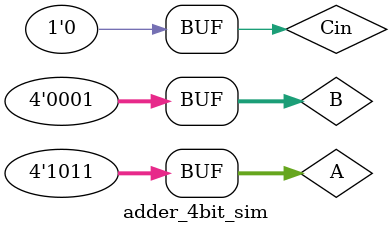
<source format=sv>
`timescale 1ns / 1ps


module adder_4bit_sim; //no ports to test module

    // declare inputs and outputs for your module
    // can be the same names as the ports of the module under test
    logic [3:0] A;
    logic [3:0] B;
    logic [3:0] S; 
    logic Cin,Cout;
    
    //Instantiate your module undertest
    Adder_4bit my_adder (  .A(A), .B(B), .Cin(Cin), .S(S), .Cout(Cout)  );

    //list your test cases
    initial 
        begin
        A = 0000; B = 0001; Cin = 0;
        #10
        
	// THIS MAY NOT BE CORRECT...!
        A = 1111; B = 0001; Cin = 0;
        #10

        A = 0011; B = 0001; Cin = 0;
        #10

       $display("Finished");  
      end                                 
    
endmodule


</source>
